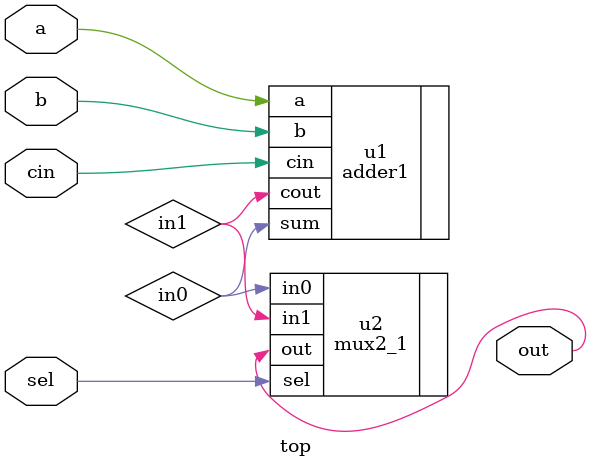
<source format=v>
module top(a,b,cin,sel,out);

input a,b,cin,sel;
output out;
wire in0,in1;

adder1 u1(.a(a), .b(b), .cin(cin), .sum(in0), .cout(in1));
mux2_1 u2(.in0(in0), .in1(in1), .sel(sel), .out(out));

endmodule

</source>
